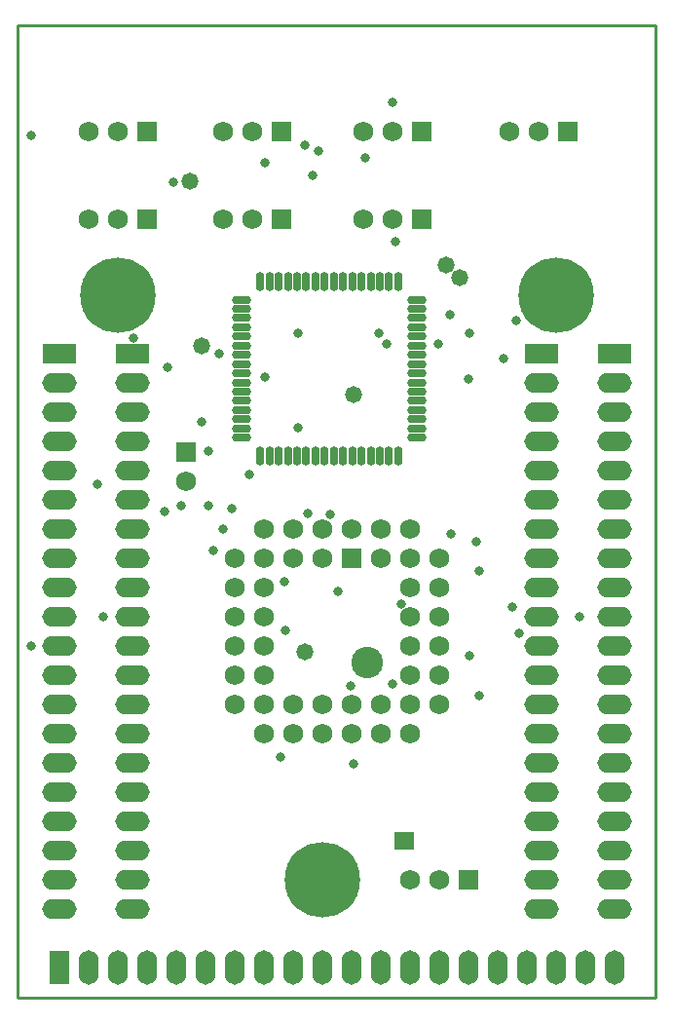
<source format=gts>
G04 Layer_Color=8388736*
%FSLAX25Y25*%
%MOIN*%
G70*
G01*
G75*
%ADD15C,0.01000*%
%ADD37R,0.07087X0.06299*%
%ADD38O,0.02965X0.06509*%
%ADD39O,0.06509X0.02965*%
%ADD40R,0.03300X0.05800*%
%ADD41R,0.06902X0.06902*%
%ADD42C,0.06902*%
%ADD43R,0.06902X0.06902*%
%ADD44C,0.06800*%
%ADD45R,0.06800X0.06800*%
%ADD46O,0.11800X0.06800*%
%ADD47R,0.11800X0.06800*%
%ADD48C,0.25800*%
%ADD49O,0.06800X0.11800*%
%ADD50R,0.06800X0.11800*%
%ADD51C,0.03200*%
%ADD52C,0.05800*%
%ADD53C,0.10800*%
D15*
X275591Y482283D02*
X277559D01*
X275591Y149606D02*
Y482283D01*
Y149606D02*
X494094D01*
Y482283D01*
X277559D02*
X494094D01*
D37*
X407874Y203543D02*
D03*
D38*
X405906Y394882D02*
D03*
X402756D02*
D03*
X399606D02*
D03*
X396457D02*
D03*
X393307D02*
D03*
X390157D02*
D03*
X387008D02*
D03*
X383858D02*
D03*
X380709D02*
D03*
X377559D02*
D03*
X374409D02*
D03*
X371260D02*
D03*
X368110D02*
D03*
X364961D02*
D03*
X361811D02*
D03*
X358661D02*
D03*
Y335039D02*
D03*
X361811D02*
D03*
X364961D02*
D03*
X368110D02*
D03*
X371260D02*
D03*
X374409D02*
D03*
X377559D02*
D03*
X380709D02*
D03*
X383858D02*
D03*
X387008D02*
D03*
X390157D02*
D03*
X393307D02*
D03*
X396457D02*
D03*
X399606D02*
D03*
X402756D02*
D03*
X405906D02*
D03*
D39*
X352362Y388583D02*
D03*
Y385433D02*
D03*
Y382283D02*
D03*
Y379134D02*
D03*
Y375984D02*
D03*
Y372835D02*
D03*
Y369685D02*
D03*
Y366535D02*
D03*
Y363386D02*
D03*
Y360236D02*
D03*
Y357087D02*
D03*
Y353937D02*
D03*
Y350787D02*
D03*
Y347638D02*
D03*
Y344488D02*
D03*
Y341339D02*
D03*
X412205D02*
D03*
Y344488D02*
D03*
Y347638D02*
D03*
Y350787D02*
D03*
Y353937D02*
D03*
Y357087D02*
D03*
Y360236D02*
D03*
Y363386D02*
D03*
Y366535D02*
D03*
Y369685D02*
D03*
Y372835D02*
D03*
Y375984D02*
D03*
Y379134D02*
D03*
Y382283D02*
D03*
Y385433D02*
D03*
Y388583D02*
D03*
D40*
X406252Y203543D02*
D03*
X409496D02*
D03*
D41*
X333300Y336300D02*
D03*
D42*
Y326300D02*
D03*
X410000Y190000D02*
D03*
X420000D02*
D03*
X394000Y416000D02*
D03*
X404000D02*
D03*
X300000D02*
D03*
X310000D02*
D03*
X346000D02*
D03*
X356000D02*
D03*
X300000Y446000D02*
D03*
X310000D02*
D03*
X346000D02*
D03*
X356000D02*
D03*
X404000D02*
D03*
X394000D02*
D03*
X454000D02*
D03*
X444000D02*
D03*
D43*
X430000Y190000D02*
D03*
X414000Y416000D02*
D03*
X320000D02*
D03*
X366000D02*
D03*
X320000Y446000D02*
D03*
X366000D02*
D03*
X414000D02*
D03*
X464000D02*
D03*
D44*
X410000Y250000D02*
D03*
X420000D02*
D03*
Y260000D02*
D03*
Y270000D02*
D03*
Y280000D02*
D03*
Y290000D02*
D03*
Y300000D02*
D03*
X360000D02*
D03*
X410000Y240000D02*
D03*
Y260000D02*
D03*
Y270000D02*
D03*
Y280000D02*
D03*
Y290000D02*
D03*
X350000Y300000D02*
D03*
X400000Y240000D02*
D03*
Y250000D02*
D03*
Y300000D02*
D03*
X360000Y310000D02*
D03*
X390000Y240000D02*
D03*
Y250000D02*
D03*
Y310000D02*
D03*
X400000D02*
D03*
X380000Y240000D02*
D03*
Y250000D02*
D03*
X410000Y300000D02*
D03*
X370000Y310000D02*
D03*
Y240000D02*
D03*
Y250000D02*
D03*
Y300000D02*
D03*
X380000D02*
D03*
X360000Y240000D02*
D03*
Y260000D02*
D03*
Y270000D02*
D03*
Y280000D02*
D03*
Y290000D02*
D03*
X380000Y310000D02*
D03*
X360000Y250000D02*
D03*
X350000D02*
D03*
Y260000D02*
D03*
Y270000D02*
D03*
Y280000D02*
D03*
Y290000D02*
D03*
X410000Y310000D02*
D03*
D45*
X390000Y300000D02*
D03*
D46*
X315000Y180000D02*
D03*
Y190000D02*
D03*
Y200000D02*
D03*
Y210000D02*
D03*
Y220000D02*
D03*
Y230000D02*
D03*
Y240000D02*
D03*
Y250000D02*
D03*
Y260000D02*
D03*
Y270000D02*
D03*
Y280000D02*
D03*
Y290000D02*
D03*
Y300000D02*
D03*
Y310000D02*
D03*
Y320000D02*
D03*
Y330000D02*
D03*
Y340000D02*
D03*
Y350000D02*
D03*
Y360000D02*
D03*
X455000Y180000D02*
D03*
Y190000D02*
D03*
Y200000D02*
D03*
Y210000D02*
D03*
Y220000D02*
D03*
Y230000D02*
D03*
Y240000D02*
D03*
Y250000D02*
D03*
Y260000D02*
D03*
Y270000D02*
D03*
Y280000D02*
D03*
Y290000D02*
D03*
Y300000D02*
D03*
Y310000D02*
D03*
Y320000D02*
D03*
Y330000D02*
D03*
Y340000D02*
D03*
Y350000D02*
D03*
Y360000D02*
D03*
X480000Y180000D02*
D03*
Y190000D02*
D03*
Y200000D02*
D03*
Y210000D02*
D03*
Y220000D02*
D03*
Y230000D02*
D03*
Y240000D02*
D03*
Y250000D02*
D03*
Y260000D02*
D03*
Y270000D02*
D03*
Y280000D02*
D03*
Y290000D02*
D03*
Y300000D02*
D03*
Y310000D02*
D03*
Y320000D02*
D03*
Y330000D02*
D03*
Y340000D02*
D03*
Y350000D02*
D03*
Y360000D02*
D03*
X290000Y180000D02*
D03*
Y190000D02*
D03*
Y200000D02*
D03*
Y210000D02*
D03*
Y220000D02*
D03*
Y230000D02*
D03*
Y240000D02*
D03*
Y250000D02*
D03*
Y260000D02*
D03*
Y270000D02*
D03*
Y280000D02*
D03*
Y290000D02*
D03*
Y300000D02*
D03*
Y310000D02*
D03*
Y320000D02*
D03*
Y330000D02*
D03*
Y340000D02*
D03*
Y350000D02*
D03*
Y360000D02*
D03*
D47*
X315000Y370000D02*
D03*
X455000D02*
D03*
X480000D02*
D03*
X290000D02*
D03*
D48*
X460000Y390000D02*
D03*
X310000D02*
D03*
X380000Y190000D02*
D03*
D49*
X480000Y160000D02*
D03*
X470000D02*
D03*
X460000D02*
D03*
X450000D02*
D03*
X440000D02*
D03*
X430000D02*
D03*
X420000D02*
D03*
X410000D02*
D03*
X400000D02*
D03*
X390000D02*
D03*
X380000D02*
D03*
X370000D02*
D03*
X360000D02*
D03*
X350000D02*
D03*
X340000D02*
D03*
X330000D02*
D03*
X320000D02*
D03*
X310000D02*
D03*
X300000D02*
D03*
D50*
X290000D02*
D03*
D51*
X403937Y257087D02*
D03*
X367323Y275590D02*
D03*
X342520Y302756D02*
D03*
X366929Y292126D02*
D03*
X374803Y315354D02*
D03*
X338600Y346800D02*
D03*
X390551Y229921D02*
D03*
X389764Y256299D02*
D03*
X371653Y344881D02*
D03*
X444882Y283465D02*
D03*
X344488Y370079D02*
D03*
X360236Y362205D02*
D03*
X433500Y253100D02*
D03*
Y295600D02*
D03*
X423850Y308400D02*
D03*
X303100Y325500D02*
D03*
X346100Y310000D02*
D03*
X340800Y336800D02*
D03*
Y318000D02*
D03*
X331643D02*
D03*
X406900Y284300D02*
D03*
X430200Y377200D02*
D03*
X399400D02*
D03*
X280300Y270000D02*
D03*
Y444600D02*
D03*
X373900Y441500D02*
D03*
X385200Y288650D02*
D03*
X430300Y266600D02*
D03*
X382600Y315000D02*
D03*
X365500Y232000D02*
D03*
X446200Y381500D02*
D03*
X326000Y316100D02*
D03*
X348800Y317100D02*
D03*
X371700Y377200D02*
D03*
X401900Y373400D02*
D03*
X419700D02*
D03*
X447200Y274500D02*
D03*
X432495Y305800D02*
D03*
X328950Y428600D02*
D03*
X360250Y435300D02*
D03*
X376500Y431000D02*
D03*
X423450Y383300D02*
D03*
X378673Y439573D02*
D03*
X405100Y408400D02*
D03*
X430100Y361568D02*
D03*
X354800Y328600D02*
D03*
X394450Y436950D02*
D03*
X326900Y365300D02*
D03*
X441900Y368268D02*
D03*
X404000Y456000D02*
D03*
X467800Y280000D02*
D03*
X315300Y375300D02*
D03*
X304800Y280000D02*
D03*
D52*
X338646Y372835D02*
D03*
X334700Y429250D02*
D03*
X374000Y268000D02*
D03*
X426825Y395975D02*
D03*
X390550Y356000D02*
D03*
X422400Y400400D02*
D03*
D53*
X395276Y264567D02*
D03*
M02*

</source>
